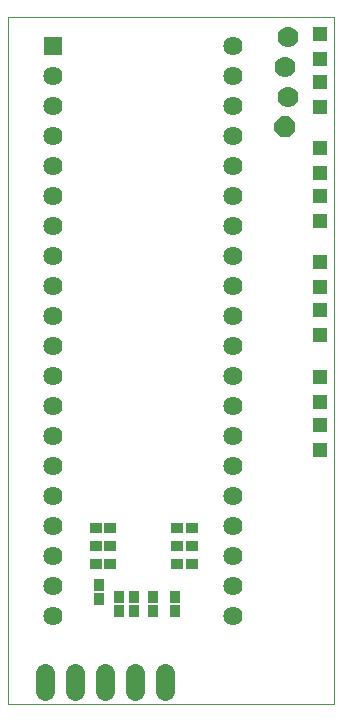
<source format=gts>
G75*
%MOIN*%
%OFA0B0*%
%FSLAX25Y25*%
%IPPOS*%
%LPD*%
%AMOC8*
5,1,8,0,0,1.08239X$1,22.5*
%
%ADD10C,0.00000*%
%ADD11R,0.06400X0.06400*%
%ADD12C,0.06400*%
%ADD13R,0.03313X0.04042*%
%ADD14R,0.04042X0.03313*%
%ADD15C,0.06400*%
%ADD16OC8,0.07000*%
%ADD17C,0.07000*%
%ADD18R,0.05124X0.05124*%
D10*
X0001000Y0037800D02*
X0001000Y0266800D01*
X0109600Y0266800D01*
X0109600Y0037800D01*
X0001000Y0037800D01*
D11*
X0015800Y0257000D03*
D12*
X0015800Y0247000D03*
X0015800Y0237000D03*
X0015800Y0227000D03*
X0015800Y0217000D03*
X0015800Y0207000D03*
X0015800Y0197000D03*
X0015800Y0187000D03*
X0015800Y0177000D03*
X0015800Y0167000D03*
X0015800Y0157000D03*
X0015800Y0147000D03*
X0015800Y0137000D03*
X0015800Y0127000D03*
X0015800Y0117000D03*
X0015800Y0107000D03*
X0015800Y0097000D03*
X0015800Y0087000D03*
X0015800Y0077000D03*
X0015800Y0067000D03*
X0075800Y0067000D03*
X0075800Y0077000D03*
X0075800Y0087000D03*
X0075800Y0097000D03*
X0075800Y0107000D03*
X0075800Y0117000D03*
X0075800Y0127000D03*
X0075800Y0137000D03*
X0075800Y0147000D03*
X0075800Y0157000D03*
X0075800Y0167000D03*
X0075800Y0177000D03*
X0075800Y0187000D03*
X0075800Y0197000D03*
X0075800Y0207000D03*
X0075800Y0217000D03*
X0075800Y0227000D03*
X0075800Y0237000D03*
X0075800Y0247000D03*
X0075800Y0257000D03*
D13*
X0031400Y0077562D03*
X0031400Y0072838D03*
X0037800Y0073562D03*
X0037800Y0068838D03*
X0043000Y0068838D03*
X0043000Y0073562D03*
X0049400Y0073562D03*
X0049400Y0068838D03*
X0056600Y0068838D03*
X0056600Y0073562D03*
D14*
X0057438Y0084400D03*
X0057438Y0090400D03*
X0057438Y0096400D03*
X0062162Y0096400D03*
X0062162Y0090400D03*
X0062162Y0084400D03*
X0034962Y0084400D03*
X0034962Y0090400D03*
X0034962Y0096400D03*
X0030238Y0096400D03*
X0030238Y0090400D03*
X0030238Y0084400D03*
D15*
X0033400Y0048000D02*
X0033400Y0042000D01*
X0023400Y0042000D02*
X0023400Y0048000D01*
X0013400Y0048000D02*
X0013400Y0042000D01*
X0043400Y0042000D02*
X0043400Y0048000D01*
X0053400Y0048000D02*
X0053400Y0042000D01*
D16*
X0093300Y0230200D03*
D17*
X0094300Y0240200D03*
X0093300Y0250200D03*
X0094300Y0260200D03*
D18*
X0105000Y0260934D03*
X0105000Y0252666D03*
X0105000Y0244934D03*
X0105000Y0236666D03*
X0105000Y0222934D03*
X0105000Y0214666D03*
X0105000Y0206934D03*
X0105000Y0198666D03*
X0105000Y0184934D03*
X0105000Y0176666D03*
X0105000Y0168934D03*
X0105000Y0160666D03*
X0105000Y0146734D03*
X0105000Y0138466D03*
X0105000Y0130734D03*
X0105000Y0122466D03*
M02*

</source>
